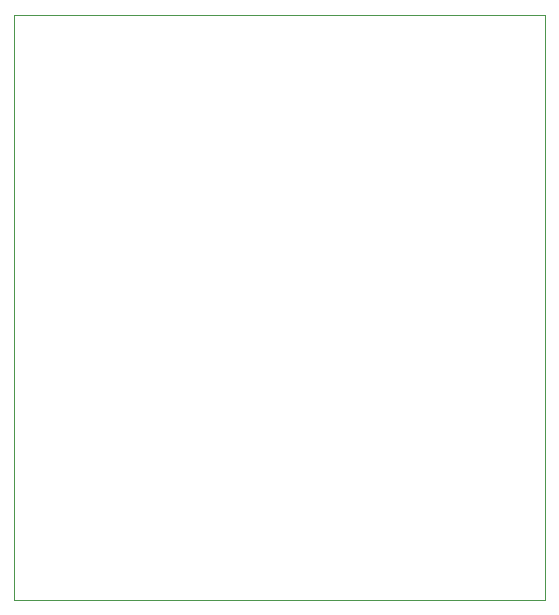
<source format=gbr>
%TF.GenerationSoftware,KiCad,Pcbnew,8.0.0*%
%TF.CreationDate,2024-02-28T17:19:02+01:00*%
%TF.ProjectId,carte-test-cable-usb,63617274-652d-4746-9573-742d6361626c,rev?*%
%TF.SameCoordinates,Original*%
%TF.FileFunction,Profile,NP*%
%FSLAX46Y46*%
G04 Gerber Fmt 4.6, Leading zero omitted, Abs format (unit mm)*
G04 Created by KiCad (PCBNEW 8.0.0) date 2024-02-28 17:19:02*
%MOMM*%
%LPD*%
G01*
G04 APERTURE LIST*
%TA.AperFunction,Profile*%
%ADD10C,0.050000*%
%TD*%
G04 APERTURE END LIST*
D10*
X118710000Y-68630000D02*
X163710000Y-68630000D01*
X163710000Y-118180000D01*
X118710000Y-118180000D01*
X118710000Y-68630000D01*
M02*

</source>
